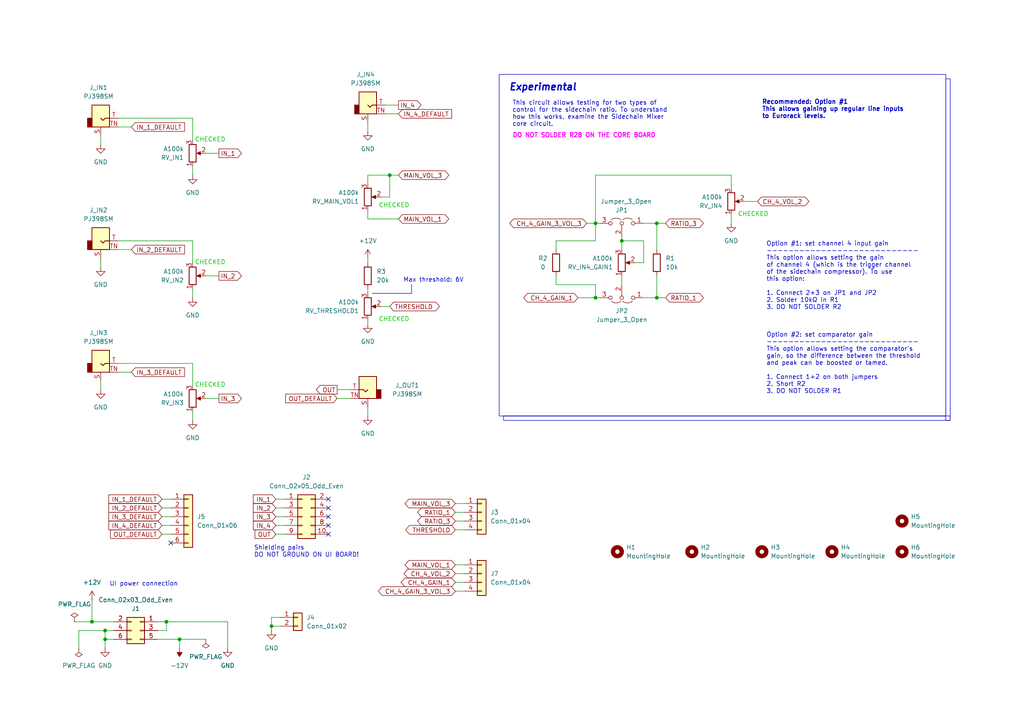
<source format=kicad_sch>
(kicad_sch (version 20250114) (generator "eeschema") (generator_version "9.0")
  (paper "A4")
  (title_block (title "Hog Moduleur Sidechain Mixer UI") (date "2025-07-06") (rev "v0.1") (company "Shmøergh"))
  (lib_symbols
    (symbol "Connector_Generic:Conn_01x02" (pin_names (offset 1.016) (hide yes))
      (property "Reference" "J" (at 0 2.54 0))
      (property "Value" "Conn_01x02" (at 0 -5.08 0))
      (symbol "Conn_01x02_1_1"
        (rectangle (start -1.27 1.27) (end 1.27 -3.81) (stroke (width 0.254)) (fill (type background)))
        (rectangle (start -1.27 0.127) (end 0 -0.127) (stroke (width 0.1524)))
        (rectangle (start -1.27 -2.413) (end 0 -2.667) (stroke (width 0.1524)))
        (pin passive line (at -5.08 0 0) (length 3.81) (name "Pin_1") (number "1"))
        (pin passive line (at -5.08 -2.54 0) (length 3.81) (name "Pin_2") (number "2"))
      )
    )
    (symbol "Connector_Generic:Conn_01x04" (pin_names (offset 1.016) (hide yes))
      (property "Reference" "J" (at 0 5.08 0))
      (property "Value" "Conn_01x04" (at 0 -7.62 0))
      (symbol "Conn_01x04_1_1"
        (rectangle (start -1.27 3.81) (end 1.27 -6.35) (stroke (width 0.254)) (fill (type background)))
        (rectangle (start -1.27 2.667) (end 0 2.413) (stroke (width 0.1524)))
        (rectangle (start -1.27 0.127) (end 0 -0.127) (stroke (width 0.1524)))
        (rectangle (start -1.27 -2.413) (end 0 -2.667) (stroke (width 0.1524)))
        (rectangle (start -1.27 -4.953) (end 0 -5.207) (stroke (width 0.1524)))
        (pin passive line (at -5.08 2.54 0) (length 3.81) (name "Pin_1") (number "1"))
        (pin passive line (at -5.08 0 0) (length 3.81) (name "Pin_2") (number "2"))
        (pin passive line (at -5.08 -2.54 0) (length 3.81) (name "Pin_3") (number "3"))
        (pin passive line (at -5.08 -5.08 0) (length 3.81) (name "Pin_4") (number "4"))
      )
    )
    (symbol "Connector_Generic:Conn_01x06" (pin_names (offset 1.016) (hide yes))
      (property "Reference" "J" (at 0 7.62 0))
      (property "Value" "Conn_01x06" (at 0 -10.16 0))
      (symbol "Conn_01x06_1_1"
        (rectangle (start -1.27 6.35) (end 1.27 -8.89) (stroke (width 0.254)) (fill (type background)))
        (rectangle (start -1.27 5.207) (end 0 4.953) (stroke (width 0.1524)))
        (rectangle (start -1.27 2.667) (end 0 2.413) (stroke (width 0.1524)))
        (rectangle (start -1.27 0.127) (end 0 -0.127) (stroke (width 0.1524)))
        (rectangle (start -1.27 -2.413) (end 0 -2.667) (stroke (width 0.1524)))
        (rectangle (start -1.27 -4.953) (end 0 -5.207) (stroke (width 0.1524)))
        (rectangle (start -1.27 -7.493) (end 0 -7.747) (stroke (width 0.1524)))
        (pin passive line (at -5.08 5.08 0) (length 3.81) (name "Pin_1") (number "1"))
        (pin passive line (at -5.08 2.54 0) (length 3.81) (name "Pin_2") (number "2"))
        (pin passive line (at -5.08 0 0) (length 3.81) (name "Pin_3") (number "3"))
        (pin passive line (at -5.08 -2.54 0) (length 3.81) (name "Pin_4") (number "4"))
        (pin passive line (at -5.08 -5.08 0) (length 3.81) (name "Pin_5") (number "5"))
        (pin passive line (at -5.08 -7.62 0) (length 3.81) (name "Pin_6") (number "6"))
      )
    )
    (symbol "Connector_Generic:Conn_02x03_Odd_Even" (pin_names (offset 1.016) (hide yes))
      (property "Reference" "J" (at 1.27 5.08 0))
      (property "Value" "Conn_02x03_Odd_Even" (at 1.27 -5.08 0))
      (symbol "Conn_02x03_Odd_Even_1_1"
        (rectangle (start -1.27 3.81) (end 3.81 -3.81) (stroke (width 0.254)) (fill (type background)))
        (rectangle (start -1.27 2.667) (end 0 2.413) (stroke (width 0.1524)))
        (rectangle (start -1.27 0.127) (end 0 -0.127) (stroke (width 0.1524)))
        (rectangle (start -1.27 -2.413) (end 0 -2.667) (stroke (width 0.1524)))
        (rectangle (start 3.81 2.667) (end 2.54 2.413) (stroke (width 0.1524)))
        (rectangle (start 3.81 0.127) (end 2.54 -0.127) (stroke (width 0.1524)))
        (rectangle (start 3.81 -2.413) (end 2.54 -2.667) (stroke (width 0.1524)))
        (pin passive line (at -5.08 2.54 0) (length 3.81) (name "Pin_1") (number "1"))
        (pin passive line (at -5.08 0 0) (length 3.81) (name "Pin_3") (number "3"))
        (pin passive line (at -5.08 -2.54 0) (length 3.81) (name "Pin_5") (number "5"))
        (pin passive line (at 7.62 2.54 180) (length 3.81) (name "Pin_2") (number "2"))
        (pin passive line (at 7.62 0 180) (length 3.81) (name "Pin_4") (number "4"))
        (pin passive line (at 7.62 -2.54 180) (length 3.81) (name "Pin_6") (number "6"))
      )
    )
    (symbol "Connector_Generic:Conn_02x05_Odd_Even" (pin_names (offset 1.016) (hide yes))
      (property "Reference" "J" (at 1.27 7.62 0))
      (property "Value" "Conn_02x05_Odd_Even" (at 1.27 -7.62 0))
      (symbol "Conn_02x05_Odd_Even_1_1"
        (rectangle (start -1.27 6.35) (end 3.81 -6.35) (stroke (width 0.254)) (fill (type background)))
        (rectangle (start -1.27 5.207) (end 0 4.953) (stroke (width 0.1524)))
        (rectangle (start -1.27 2.667) (end 0 2.413) (stroke (width 0.1524)))
        (rectangle (start -1.27 0.127) (end 0 -0.127) (stroke (width 0.1524)))
        (rectangle (start -1.27 -2.413) (end 0 -2.667) (stroke (width 0.1524)))
        (rectangle (start -1.27 -4.953) (end 0 -5.207) (stroke (width 0.1524)))
        (rectangle (start 3.81 5.207) (end 2.54 4.953) (stroke (width 0.1524)))
        (rectangle (start 3.81 2.667) (end 2.54 2.413) (stroke (width 0.1524)))
        (rectangle (start 3.81 0.127) (end 2.54 -0.127) (stroke (width 0.1524)))
        (rectangle (start 3.81 -2.413) (end 2.54 -2.667) (stroke (width 0.1524)))
        (rectangle (start 3.81 -4.953) (end 2.54 -5.207) (stroke (width 0.1524)))
        (pin passive line (at -5.08 5.08 0) (length 3.81) (name "Pin_1") (number "1"))
        (pin passive line (at -5.08 2.54 0) (length 3.81) (name "Pin_3") (number "3"))
        (pin passive line (at -5.08 0 0) (length 3.81) (name "Pin_5") (number "5"))
        (pin passive line (at -5.08 -2.54 0) (length 3.81) (name "Pin_7") (number "7"))
        (pin passive line (at -5.08 -5.08 0) (length 3.81) (name "Pin_9") (number "9"))
        (pin passive line (at 7.62 5.08 180) (length 3.81) (name "Pin_2") (number "2"))
        (pin passive line (at 7.62 2.54 180) (length 3.81) (name "Pin_4") (number "4"))
        (pin passive line (at 7.62 0 180) (length 3.81) (name "Pin_6") (number "6"))
        (pin passive line (at 7.62 -2.54 180) (length 3.81) (name "Pin_8") (number "8"))
        (pin passive line (at 7.62 -5.08 180) (length 3.81) (name "Pin_10") (number "10"))
      )
    )
    (symbol "Device:R" (pin_numbers (hide yes)) (pin_names (offset 0))
      (property "Reference" "R" (at 2.032 0 90))
      (property "Value" "R" (at 0 0 90))
      (symbol "R_0_1"
        (rectangle (start -1.016 -2.54) (end 1.016 2.54) (stroke (width 0.254)))
      )
      (symbol "R_1_1"
        (pin passive line (at 0 3.81 270) (length 1.27) (name "~") (number "1"))
        (pin passive line (at 0 -3.81 90) (length 1.27) (name "~") (number "2"))
      )
    )
    (symbol "Device:R_Potentiometer" (pin_names (offset 1.016) (hide yes))
      (property "Reference" "RV" (at -4.445 0 90))
      (property "Value" "R_Potentiometer" (at -2.54 0 90))
      (symbol "R_Potentiometer_0_1"
        (rectangle (start 1.016 2.54) (end -1.016 -2.54) (stroke (width 0.254)))
        (polyline (pts (xy 1.143 0) (xy 2.286 0.508) (xy 2.286 -0.508) (xy 1.143 0)) (fill (type outline)))
        (polyline (pts (xy 2.54 0) (xy 1.524 0)))
      )
      (symbol "R_Potentiometer_1_1"
        (pin passive line (at 0 3.81 270) (length 1.27) (name "1") (number "1"))
        (pin passive line (at 0 -3.81 90) (length 1.27) (name "3") (number "3"))
        (pin passive line (at 3.81 0 180) (length 1.27) (name "2") (number "2"))
      )
    )
    (symbol "Jumper:Jumper_3_Open" (pin_names (offset 0) (hide yes)) (in_bom no)
      (property "Reference" "JP" (at -2.54 -2.54 0))
      (property "Value" "Jumper_3_Open" (at 0 2.794 0))
      (symbol "Jumper_3_Open_0_0"
        (circle (center -3.302 0) (radius 0.508))
        (circle (center 0 0) (radius 0.508))
        (circle (center 3.302 0) (radius 0.508))
      )
      (symbol "Jumper_3_Open_0_1"
        (arc (start -3.048 1.016) (mid -1.651 1.4992) (end -0.254 1.016))
        (polyline (pts (xy 0 -0.508) (xy 0 -1.27)))
        (arc (start 0.254 1.016) (mid 1.651 1.4992) (end 3.048 1.016))
      )
      (symbol "Jumper_3_Open_1_1"
        (pin passive line (at -6.35 0 0) (length 2.54) (name "A") (number "1"))
        (pin passive line (at 0 -3.81 90) (length 2.54) (name "C") (number "2"))
        (pin passive line (at 6.35 0 180) (length 2.54) (name "B") (number "3"))
      )
    )
    (symbol "Mechanical:MountingHole" (pin_names (offset 1.016)) (in_bom no)
      (property "Reference" "H" (at 0 5.08 0))
      (property "Value" "MountingHole" (at 0 3.175 0))
      (symbol "MountingHole_0_1"
        (circle (center 0 0) (radius 1.27) (stroke (width 1.27)))
      )
    )
    (symbol "Shmoergh-Custom-Components:AudioJack2_Thonkiconn_S"
      (property "Reference" "J" (at 0 8.89 0))
      (property "Value" "AudioJack2_Thonkiconn" (at 0 6.35 0))
      (symbol "AudioJack2_Thonkiconn_S_0_1"
        (rectangle (start -2.54 -2.54) (end -3.81 0) (stroke (width 0.254)) (fill (type outline)))
        (polyline (pts (xy 0 0) (xy 0.635 -0.635) (xy 1.27 0) (xy 2.54 0)) (stroke (width 0.254)))
        (rectangle (start 2.54 3.81) (end -2.54 -2.54) (stroke (width 0.254)) (fill (type background)))
      )
      (symbol "AudioJack2_Thonkiconn_S_1_1"
        (pin passive line (at 0 -5.08 90) (length 2.54) (name "~") (number "S"))
        (pin bidirectional line (at 5.08 0 180) (length 2.54) (name "~") (number "T"))
        (pin passive line (at 5.08 -2.54 180) (length 2.54) (name "~") (number "TN"))
      )
    )
    (symbol "power:+12V" (power) (pin_numbers (hide yes)) (pin_names (offset 0) (hide yes))
      (property "Value" "+12V" (at 0 3.556 0))
      (symbol "+12V_0_1"
        (polyline (pts (xy -0.762 1.27) (xy 0 2.54)))
        (polyline (pts (xy 0 2.54) (xy 0.762 1.27)))
        (polyline (pts (xy 0 0) (xy 0 2.54)))
      )
      (symbol "+12V_1_1"
        (pin power_in line (at 0 0 90) (length 0) (name "~") (number "1"))
      )
    )
    (symbol "power:-12V" (power) (pin_numbers (hide yes)) (pin_names (offset 0) (hide yes))
      (property "Value" "-12V" (at 0 3.556 0))
      (symbol "-12V_0_0"
        (pin power_in line (at 0 0 90) (length 0) (name "~") (number "1"))
      )
      (symbol "-12V_0_1"
        (polyline (pts (xy 0 0) (xy 0 1.27) (xy 0.762 1.27) (xy 0 2.54) (xy -0.762 1.27) (xy 0 1.27)) (fill (type outline)))
      )
    )
    (symbol "power:GND" (power) (pin_numbers (hide yes)) (pin_names (offset 0) (hide yes))
      (property "Value" "GND" (at 0 -3.81 0))
      (symbol "GND_0_1"
        (polyline (pts (xy 0 0) (xy 0 -1.27) (xy 1.27 -1.27) (xy 0 -2.54) (xy -1.27 -1.27) (xy 0 -1.27)))
      )
      (symbol "GND_1_1"
        (pin power_in line (at 0 0 270) (length 0) (name "~") (number "1"))
      )
    )
    (symbol "power:PWR_FLAG" (power) (pin_numbers (hide yes)) (pin_names (offset 0) (hide yes))
      (property "Value" "PWR_FLAG" (at 0 3.81 0))
      (symbol "PWR_FLAG_0_0"
        (pin power_out line (at 0 0 90) (length 0) (name "~") (number "1"))
      )
      (symbol "PWR_FLAG_0_1"
        (polyline (pts (xy 0 0) (xy 0 1.27) (xy -1.016 1.905) (xy 0 2.54) (xy 1.016 1.905) (xy 0 1.27)))
      )
    )
  )
  (rectangle (start 274.32 22.86) (end 275.59 121.92) (fill (type color)))
  (rectangle (start 144.78 21.59) (end 274.32 120.65))
  (rectangle (start 146.05 120.65) (end 275.59 121.92) (fill (type color)))
  (text "Recommended: Option #1\nThis allows gaining up regular line inputs \nto Eurorack levels." (at 220.98 31.75 0) (effects (font (size 1.27 1.27) (thickness 0.254) (bold yes)) (justify left)))
  (text "Option #2: set comparator gain\n----------------------------\nThis option allows setting the comparator's \ngain, so the difference between the threshold\nand peak can be boosted or tamed.\n\n1. Connect 1+2 on both jumpers\n2. Short R2\n3. DO NOT SOLDER R1" (at 222.25 105.41 0) (effects (font (size 1.27 1.27) (thickness 0.1588)) (justify left)))
  (text "Max threshold: 6V" (at 125.73 81.28 0) (effects (font (size 1.27 1.27))))
  (text "CHECKED" (at 60.96 111.76 0) (effects (font (size 1.27 1.27))))
  (text "This circuit allows testing for two types of \ncontrol for the sidechain ratio. To understand\nhow this works, examine the Sidechain Mixer\ncore circuit." (at 148.59 33.02 0) (effects (font (size 1.27 1.27) (thickness 0.1588)) (justify left)))
  (text "UI power connection" (at 31.75 170.18 0) (effects (font (size 1.27 1.27)) (justify left bottom)))
  (text "CHECKED" (at 60.96 76.2 0) (effects (font (size 1.27 1.27))))
  (text "Option #1: set channel 4 input gain\n----------------------------\nThis option allows setting the gain\nof channel 4 (which is the trigger channel\nof the sidechain compressor). To use\nthis option:\n\n1. Connect 2+3 on JP1 and JP2\n2. Solder 10kΩ in R1\n3. DO NOT SOLDER R2" (at 222.25 80.01 0) (effects (font (size 1.27 1.27) (thickness 0.1588)) (justify left)))
  (text "CHECKED" (at 218.44 62.23 0) (effects (font (size 1.27 1.27))))
  (text "DO NOT SOLDER R28 ON THE CORE BOARD" (at 148.59 39.37 0) (effects (font (size 1.27 1.27) (thickness 0.254) (bold yes)) (justify left)))
  (text "CHECKED" (at 114.3 59.69 0) (effects (font (size 1.27 1.27))))
  (text "CHECKED" (at 114.3 92.71 0) (effects (font (size 1.27 1.27))))
  (text "Experimental" (at 157.48 25.4 0) (effects (font (size 2 2) (thickness 0.4) (bold yes) (italic yes))))
  (text "Shielding pairs\nDO NOT GROUND ON UI BOARD!" (at 73.66 160.02 0) (effects (font (size 1.27 1.27)) (justify left)))
  (text "CHECKED" (at 60.96 40.64 0) (effects (font (size 1.27 1.27))))
  (junction (at 190.5 64.77))
  (junction (at 180.34 69.85))
  (junction (at 78.74 181.61))
  (junction (at 30.48 182.88))
  (junction (at 52.07 185.42))
  (junction (at 172.72 64.77))
  (junction (at 113.03 50.8))
  (junction (at 48.26 180.34))
  (junction (at 190.5 86.36))
  (junction (at 26.67 180.34))
  (junction (at 30.48 185.42))
  (junction (at 172.72 86.36))
  (no_connect (at 49.53 157.48))
  (no_connect (at 95.25 144.78))
  (no_connect (at 95.25 152.4))
  (no_connect (at 95.25 147.32))
  (no_connect (at 95.25 154.94))
  (no_connect (at 95.25 149.86))
  (wire (pts (xy 46.99 152.4) (xy 49.53 152.4)))
  (wire (pts (xy 115.57 33.02) (xy 111.76 33.02)))
  (wire (pts (xy 190.5 64.77) (xy 186.69 64.77)))
  (wire (pts (xy 34.29 105.41) (xy 55.88 105.41)))
  (wire (pts (xy 52.07 187.96) (xy 52.07 185.42)))
  (wire (pts (xy 55.88 86.36) (xy 55.88 83.82)))
  (wire (pts (xy 55.88 111.76) (xy 55.88 105.41)))
  (wire (pts (xy 180.34 68.58) (xy 180.34 69.85)))
  (wire (pts (xy 190.5 64.77) (xy 190.5 72.39)))
  (polyline (pts (xy 119.38 82.55) (xy 119.38 85.09)))
  (wire (pts (xy 59.69 185.42) (xy 52.07 185.42)))
  (wire (pts (xy 172.72 50.8) (xy 172.72 64.77)))
  (wire (pts (xy 97.79 115.57) (xy 101.6 115.57)))
  (wire (pts (xy 45.72 185.42) (xy 52.07 185.42)))
  (wire (pts (xy 80.01 149.86) (xy 82.55 149.86)))
  (wire (pts (xy 78.74 181.61) (xy 81.28 181.61)))
  (wire (pts (xy 38.1 36.83) (xy 34.29 36.83)))
  (wire (pts (xy 132.08 151.13) (xy 134.62 151.13)))
  (wire (pts (xy 212.09 64.77) (xy 212.09 62.23)))
  (wire (pts (xy 26.67 180.34) (xy 33.02 180.34)))
  (wire (pts (xy 106.68 83.82) (xy 106.68 85.09)))
  (wire (pts (xy 59.69 44.45) (xy 63.5 44.45)))
  (wire (pts (xy 186.69 76.2) (xy 186.69 69.85)))
  (wire (pts (xy 170.18 64.77) (xy 172.72 64.77)))
  (wire (pts (xy 34.29 69.85) (xy 55.88 69.85)))
  (wire (pts (xy 132.08 166.37) (xy 134.62 166.37)))
  (wire (pts (xy 80.01 152.4) (xy 82.55 152.4)))
  (wire (pts (xy 132.08 148.59) (xy 134.62 148.59)))
  (wire (pts (xy 113.03 50.8) (xy 115.57 50.8)))
  (wire (pts (xy 115.57 30.48) (xy 111.76 30.48)))
  (wire (pts (xy 81.28 179.07) (xy 78.74 179.07)))
  (wire (pts (xy 38.1 72.39) (xy 34.29 72.39)))
  (wire (pts (xy 172.72 86.36) (xy 173.99 86.36)))
  (wire (pts (xy 172.72 69.85) (xy 172.72 64.77)))
  (wire (pts (xy 113.03 50.8) (xy 113.03 57.15)))
  (wire (pts (xy 110.49 57.15) (xy 113.03 57.15)))
  (wire (pts (xy 193.04 64.77) (xy 190.5 64.77)))
  (wire (pts (xy 55.88 69.85) (xy 55.88 76.2)))
  (wire (pts (xy 29.21 74.93) (xy 29.21 77.47)))
  (wire (pts (xy 190.5 80.01) (xy 190.5 86.36)))
  (wire (pts (xy 172.72 86.36) (xy 172.72 82.55)))
  (wire (pts (xy 55.88 40.64) (xy 55.88 34.29)))
  (wire (pts (xy 106.68 74.93) (xy 106.68 76.2)))
  (wire (pts (xy 106.68 35.56) (xy 106.68 38.1)))
  (wire (pts (xy 97.79 113.03) (xy 101.6 113.03)))
  (wire (pts (xy 184.15 76.2) (xy 186.69 76.2)))
  (wire (pts (xy 78.74 179.07) (xy 78.74 181.61)))
  (wire (pts (xy 26.67 173.99) (xy 26.67 180.34)))
  (wire (pts (xy 34.29 34.29) (xy 55.88 34.29)))
  (wire (pts (xy 161.29 72.39) (xy 161.29 69.85)))
  (wire (pts (xy 46.99 149.86) (xy 49.53 149.86)))
  (wire (pts (xy 48.26 180.34) (xy 45.72 180.34)))
  (wire (pts (xy 21.59 180.34) (xy 26.67 180.34)))
  (wire (pts (xy 106.68 50.8) (xy 113.03 50.8)))
  (wire (pts (xy 80.01 147.32) (xy 82.55 147.32)))
  (wire (pts (xy 106.68 120.65) (xy 106.68 118.11)))
  (wire (pts (xy 132.08 146.05) (xy 134.62 146.05)))
  (wire (pts (xy 193.04 86.36) (xy 190.5 86.36)))
  (wire (pts (xy 172.72 82.55) (xy 161.29 82.55)))
  (wire (pts (xy 55.88 50.8) (xy 55.88 48.26)))
  (wire (pts (xy 22.86 182.88) (xy 30.48 182.88)))
  (wire (pts (xy 46.99 154.94) (xy 49.53 154.94)))
  (wire (pts (xy 161.29 82.55) (xy 161.29 80.01)))
  (wire (pts (xy 66.04 187.96) (xy 66.04 180.34)))
  (wire (pts (xy 48.26 182.88) (xy 48.26 180.34)))
  (wire (pts (xy 80.01 144.78) (xy 82.55 144.78)))
  (wire (pts (xy 59.69 115.57) (xy 63.5 115.57)))
  (wire (pts (xy 212.09 54.61) (xy 212.09 50.8)))
  (wire (pts (xy 59.69 80.01) (xy 63.5 80.01)))
  (wire (pts (xy 55.88 121.92) (xy 55.88 119.38)))
  (wire (pts (xy 33.02 185.42) (xy 30.48 185.42)))
  (wire (pts (xy 80.01 154.94) (xy 82.55 154.94)))
  (wire (pts (xy 132.08 171.45) (xy 134.62 171.45)))
  (wire (pts (xy 46.99 144.78) (xy 49.53 144.78)))
  (wire (pts (xy 190.5 86.36) (xy 186.69 86.36)))
  (wire (pts (xy 113.03 88.9) (xy 110.49 88.9)))
  (wire (pts (xy 186.69 69.85) (xy 180.34 69.85)))
  (wire (pts (xy 29.21 39.37) (xy 29.21 41.91)))
  (wire (pts (xy 106.68 93.98) (xy 106.68 92.71)))
  (wire (pts (xy 180.34 82.55) (xy 180.34 80.01)))
  (wire (pts (xy 66.04 180.34) (xy 48.26 180.34)))
  (wire (pts (xy 132.08 153.67) (xy 134.62 153.67)))
  (wire (pts (xy 172.72 64.77) (xy 173.99 64.77)))
  (polyline (pts (xy 107.95 85.09) (xy 119.38 85.09)))
  (wire (pts (xy 38.1 107.95) (xy 34.29 107.95)))
  (wire (pts (xy 106.68 50.8) (xy 106.68 53.34)))
  (wire (pts (xy 30.48 182.88) (xy 33.02 182.88)))
  (wire (pts (xy 29.21 110.49) (xy 29.21 113.03)))
  (wire (pts (xy 106.68 60.96) (xy 106.68 63.5)))
  (wire (pts (xy 215.9 58.42) (xy 219.71 58.42)))
  (wire (pts (xy 172.72 50.8) (xy 212.09 50.8)))
  (wire (pts (xy 30.48 185.42) (xy 30.48 182.88)))
  (wire (pts (xy 180.34 69.85) (xy 180.34 72.39)))
  (wire (pts (xy 22.86 187.96) (xy 22.86 182.88)))
  (wire (pts (xy 115.57 63.5) (xy 106.68 63.5)))
  (wire (pts (xy 78.74 181.61) (xy 78.74 182.88)))
  (wire (pts (xy 30.48 187.96) (xy 30.48 185.42)))
  (wire (pts (xy 46.99 147.32) (xy 49.53 147.32)))
  (wire (pts (xy 45.72 182.88) (xy 48.26 182.88)))
  (wire (pts (xy 167.64 86.36) (xy 172.72 86.36)))
  (wire (pts (xy 161.29 69.85) (xy 172.72 69.85)))
  (wire (pts (xy 132.08 168.91) (xy 134.62 168.91)))
  (wire (pts (xy 132.08 163.83) (xy 134.62 163.83)))
  (global_label "MAIN_VOL_1" (shape bidirectional) (at 132.08 163.83 180) (property "Intersheetrefs" "${INTERSHEET_REFS}" (effects (hide yes))))
  (global_label "OUT" (shape output) (at 97.79 113.03 180) (property "Intersheetrefs" "${INTERSHEET_REFS}" (effects (hide yes))))
  (global_label "OUT_DEFAULT" (shape input) (at 97.79 115.57 180) (property "Intersheetrefs" "${INTERSHEET_REFS}" (effects (hide yes))))
  (global_label "CH_4_GAIN_3_VOL_3" (shape bidirectional) (at 170.18 64.77 180) (property "Intersheetrefs" "${INTERSHEET_REFS}" (effects (hide yes))))
  (global_label "IN_2" (shape input) (at 80.01 147.32 180) (property "Intersheetrefs" "${INTERSHEET_REFS}" (effects (hide yes))))
  (global_label "IN_4" (shape output) (at 115.57 30.48 0) (property "Intersheetrefs" "${INTERSHEET_REFS}" (effects (hide yes))))
  (global_label "CH_4_GAIN_3_VOL_3" (shape bidirectional) (at 132.08 171.45 180) (property "Intersheetrefs" "${INTERSHEET_REFS}" (effects (hide yes))))
  (global_label "THRESHOLD" (shape bidirectional) (at 113.03 88.9 0) (property "Intersheetrefs" "${INTERSHEET_REFS}" (effects (hide yes))))
  (global_label "RATIO_1" (shape bidirectional) (at 132.08 148.59 180) (property "Intersheetrefs" "${INTERSHEET_REFS}" (effects (hide yes))))
  (global_label "RATIO_3" (shape bidirectional) (at 132.08 151.13 180) (property "Intersheetrefs" "${INTERSHEET_REFS}" (effects (hide yes))))
  (global_label "CH_4_VOL_2" (shape bidirectional) (at 132.08 166.37 180) (property "Intersheetrefs" "${INTERSHEET_REFS}" (effects (hide yes))))
  (global_label "IN_4_DEFAULT" (shape input) (at 46.99 152.4 180) (property "Intersheetrefs" "${INTERSHEET_REFS}" (effects (hide yes))))
  (global_label "CH_4_GAIN_1" (shape bidirectional) (at 167.64 86.36 180) (property "Intersheetrefs" "${INTERSHEET_REFS}" (effects (hide yes))))
  (global_label "IN_2_DEFAULT" (shape input) (at 38.1 72.39 0) (property "Intersheetrefs" "${INTERSHEET_REFS}" (effects (hide yes))))
  (global_label "CH_4_VOL_2" (shape bidirectional) (at 219.71 58.42 0) (property "Intersheetrefs" "${INTERSHEET_REFS}" (effects (hide yes))))
  (global_label "IN_1" (shape input) (at 80.01 144.78 180) (property "Intersheetrefs" "${INTERSHEET_REFS}" (effects (hide yes))))
  (global_label "IN_2_DEFAULT" (shape input) (at 46.99 147.32 180) (property "Intersheetrefs" "${INTERSHEET_REFS}" (effects (hide yes))))
  (global_label "MAIN_VOL_3" (shape bidirectional) (at 115.57 50.8 0) (property "Intersheetrefs" "${INTERSHEET_REFS}" (effects (hide yes))))
  (global_label "RATIO_3" (shape bidirectional) (at 193.04 64.77 0) (property "Intersheetrefs" "${INTERSHEET_REFS}" (effects (hide yes))))
  (global_label "IN_3_DEFAULT" (shape input) (at 46.99 149.86 180) (property "Intersheetrefs" "${INTERSHEET_REFS}" (effects (hide yes))))
  (global_label "MAIN_VOL_1" (shape bidirectional) (at 115.57 63.5 0) (property "Intersheetrefs" "${INTERSHEET_REFS}" (effects (hide yes))))
  (global_label "RATIO_1" (shape bidirectional) (at 193.04 86.36 0) (property "Intersheetrefs" "${INTERSHEET_REFS}" (effects (hide yes))))
  (global_label "CH_4_GAIN_1" (shape bidirectional) (at 132.08 168.91 180) (property "Intersheetrefs" "${INTERSHEET_REFS}" (effects (hide yes))))
  (global_label "IN_1" (shape output) (at 63.5 44.45 0) (property "Intersheetrefs" "${INTERSHEET_REFS}" (effects (hide yes))))
  (global_label "OUT" (shape input) (at 80.01 154.94 180) (property "Intersheetrefs" "${INTERSHEET_REFS}" (effects (hide yes))))
  (global_label "IN_3" (shape output) (at 63.5 115.57 0) (property "Intersheetrefs" "${INTERSHEET_REFS}" (effects (hide yes))))
  (global_label "IN_3_DEFAULT" (shape input) (at 38.1 107.95 0) (property "Intersheetrefs" "${INTERSHEET_REFS}" (effects (hide yes))))
  (global_label "IN_1_DEFAULT" (shape input) (at 38.1 36.83 0) (property "Intersheetrefs" "${INTERSHEET_REFS}" (effects (hide yes))))
  (global_label "OUT_DEFAULT" (shape input) (at 46.99 154.94 180) (property "Intersheetrefs" "${INTERSHEET_REFS}" (effects (hide yes))))
  (global_label "THRESHOLD" (shape bidirectional) (at 132.08 153.67 180) (property "Intersheetrefs" "${INTERSHEET_REFS}" (effects (hide yes))))
  (global_label "IN_4_DEFAULT" (shape input) (at 115.57 33.02 0) (property "Intersheetrefs" "${INTERSHEET_REFS}" (effects (hide yes))))
  (global_label "IN_3" (shape input) (at 80.01 149.86 180) (property "Intersheetrefs" "${INTERSHEET_REFS}" (effects (hide yes))))
  (global_label "MAIN_VOL_3" (shape bidirectional) (at 132.08 146.05 180) (property "Intersheetrefs" "${INTERSHEET_REFS}" (effects (hide yes))))
  (global_label "IN_1_DEFAULT" (shape input) (at 46.99 144.78 180) (property "Intersheetrefs" "${INTERSHEET_REFS}" (effects (hide yes))))
  (global_label "IN_2" (shape output) (at 63.5 80.01 0) (property "Intersheetrefs" "${INTERSHEET_REFS}" (effects (hide yes))))
  (global_label "IN_4" (shape input) (at 80.01 152.4 180) (property "Intersheetrefs" "${INTERSHEET_REFS}" (effects (hide yes))))
  (symbol (lib_id "Jumper:Jumper_3_Open") (at 180.34 86.36 180) (unit 1) (in_bom no)
    (property "Reference" "JP2" (at 180.34 90.17 0))
    (property "Value" "Jumper_3_Open" (at 180.34 92.71 0))
    (property "Footprint" "Connector_PinHeader_2.54mm:PinHeader_1x03_P2.54mm_Vertical" (effects (hide yes)))
    (property "Description" "Jumper, 3-pole, both open" (effects (hide yes)))
  )
  (symbol (lib_id "power:+12V") (at 26.67 173.99 0) (unit 1)
    (property "Reference" "#PWR01" (effects (hide yes)))
    (property "Value" "+12V" (at 26.67 168.91 0))
    (property "Description" "Power symbol creates a global label with name \"+12V\"" (effects (hide yes)))
  )
  (symbol (lib_id "Connector_Generic:Conn_01x04") (at 139.7 148.59 0) (unit 1)
    (property "Reference" "J3" (at 142.24 148.5899 0) (effects (justify left)))
    (property "Value" "Conn_01x04" (at 142.24 151.1299 0) (effects (justify left)))
    (property "Footprint" "Connector_PinHeader_2.54mm:PinHeader_1x04_P2.54mm_Vertical" (effects (hide yes)))
    (property "Description" "Generic connector, single row, 01x04, script generated (kicad-library-utils/schlib/autogen/connector/)" (effects (hide yes)))
  )
  (symbol (lib_id "Shmoergh-Custom-Components:AudioJack2_Thonkiconn_S") (at 106.68 113.03 0) (mirror y) (unit 1)
    (property "Reference" "J_OUT1" (at 118.11 111.76 0))
    (property "Value" "PJ398SM" (at 118.11 114.3 0))
    (property "Footprint" "Shmoergh_Custom_Footprints:Jack_3.5mm_QingPu_WQP-PJ398SM_Vertical_CircularHoles" (effects (hide yes)))
    (property "Description" "Audio Jack, 2 Poles (Mono / TS), Grounded Sleeve" (effects (hide yes)))
    (property "Part URL" "https://www.thonk.co.uk/shop/thonkiconn/" (effects (hide yes)))
    (property "Vendor" "Thonk" (effects (hide yes)))
    (property "Part no." "PJ398SM" (effects (hide yes)))
  )
  (symbol (lib_id "Device:R_Potentiometer") (at 106.68 88.9 0) (mirror x) (unit 1)
    (property "Reference" "RV_THRESHOLD1" (at 104.14 90.1701 0) (effects (justify right)))
    (property "Value" "A100k" (at 104.14 87.6301 0) (effects (justify right)))
    (property "Footprint" "Shmoergh_Custom_Footprints:Potentiometer_Bourns_Single-PTV09A" (effects (hide yes)))
    (property "Description" "Potentiometer" (effects (hide yes)))
    (property "Part URL" "https://mou.sr/4694GMU" (effects (hide yes)))
    (property "Vendor" "Mouser" (effects (hide yes)))
    (property "Part no." "652-PTV09A4025FB104" (effects (hide yes)))
  )
  (symbol (lib_id "power:+12V") (at 106.68 74.93 0) (unit 1)
    (property "Reference" "#PWR013" (effects (hide yes)))
    (property "Value" "+12V" (at 106.68 69.85 0))
    (property "Description" "Power symbol creates a global label with name \"+12V\"" (effects (hide yes)))
  )
  (symbol (lib_id "power:GND") (at 106.68 120.65 0) (mirror y) (unit 1)
    (property "Reference" "#PWR016" (effects (hide yes)))
    (property "Value" "GND" (at 106.68 125.73 0))
    (property "Description" "Power symbol creates a global label with name \"GND\" , ground" (effects (hide yes)))
  )
  (symbol (lib_id "power:-12V") (at 52.07 187.96 180) (unit 1)
    (property "Reference" "#PWR07" (effects (hide yes)))
    (property "Value" "-12V" (at 52.07 193.04 0))
    (property "Description" "Power symbol creates a global label with name \"-12V\"" (effects (hide yes)))
  )
  (symbol (lib_id "Device:R_Potentiometer") (at 55.88 80.01 0) (mirror x) (unit 1)
    (property "Reference" "RV_IN2" (at 53.34 81.2801 0) (effects (justify right)))
    (property "Value" "A100k" (at 53.34 78.7401 0) (effects (justify right)))
    (property "Footprint" "PTA3043-2010CIA503:TRIM_PTA3043-2010CIA503" (effects (hide yes)))
    (property "Description" "Potentiometer" (effects (hide yes)))
    (property "Part URL" "https://mou.sr/45jtvn7" (effects (hide yes)))
    (property "Vendor" "Mouser" (effects (hide yes)))
    (property "Part no." "652-PTA30432015A104 " (effects (hide yes)))
  )
  (symbol (lib_id "Mechanical:MountingHole") (at 261.62 160.02 0) (unit 1) (in_bom no)
    (property "Reference" "H6" (at 264.16 158.7499 0) (effects (justify left)))
    (property "Value" "MountingHole" (at 264.16 161.2899 0) (effects (justify left)))
    (property "Footprint" "MountingHole:MountingHole_3.2mm_M3_DIN965_Pad" (effects (hide yes)))
    (property "Description" "Mounting Hole without connection" (effects (hide yes)))
    (property "Vendor" "-" (effects (hide yes)))
  )
  (symbol (lib_id "Connector_Generic:Conn_02x03_Odd_Even") (at 40.64 182.88 0) (mirror y) (unit 1)
    (property "Reference" "J1" (at 39.37 176.53 0))
    (property "Value" "Conn_02x03_Odd_Even" (at 39.37 173.99 0))
    (property "Footprint" "Connector_PinSocket_2.54mm:PinSocket_2x03_P2.54mm_Vertical" (effects (hide yes)))
    (property "Description" "Generic connector, double row, 02x03, odd/even pin numbering scheme (row 1 odd numbers, row 2 even numbers), script generated (kicad-library-utils/schlib/autogen/connector/)" (effects (hide yes)))
    (property "Part URL" "https://mou.sr/3GIDVEr" (effects (hide yes)))
    (property "Vendor" "Mouser" (effects (hide yes)))
    (property "Part no." "200-SSW10301TD" (effects (hide yes)))
  )
  (symbol (lib_id "power:GND") (at 29.21 41.91 0) (unit 1)
    (property "Reference" "#PWR010" (effects (hide yes)))
    (property "Value" "GND" (at 29.21 46.99 0))
    (property "Description" "Power symbol creates a global label with name \"GND\" , ground" (effects (hide yes)))
  )
  (symbol (lib_id "Shmoergh-Custom-Components:AudioJack2_Thonkiconn_S") (at 29.21 34.29 0) (unit 1)
    (property "Reference" "J_IN1" (at 28.575 25.4 0))
    (property "Value" "PJ398SM" (at 28.575 27.94 0))
    (property "Footprint" "Shmoergh_Custom_Footprints:Jack_3.5mm_QingPu_WQP-PJ398SM_Vertical_CircularHoles" (effects (hide yes)))
    (property "Description" "Audio Jack, 2 Poles (Mono / TS), Grounded Sleeve" (effects (hide yes)))
    (property "Part URL" "https://www.thonk.co.uk/shop/thonkiconn/" (effects (hide yes)))
    (property "Vendor" "Thonk" (effects (hide yes)))
    (property "Part no." "PJ398SM" (effects (hide yes)))
  )
  (symbol (lib_id "Mechanical:MountingHole") (at 200.66 160.02 0) (unit 1) (in_bom no)
    (property "Reference" "H2" (at 203.2 158.7499 0) (effects (justify left)))
    (property "Value" "MountingHole" (at 203.2 161.2899 0) (effects (justify left)))
    (property "Footprint" "MountingHole:MountingHole_3.2mm_M3_DIN965_Pad" (effects (hide yes)))
    (property "Description" "Mounting Hole without connection" (effects (hide yes)))
    (property "Vendor" "-" (effects (hide yes)))
  )
  (symbol (lib_id "Shmoergh-Custom-Components:AudioJack2_Thonkiconn_S") (at 29.21 69.85 0) (unit 1)
    (property "Reference" "J_IN2" (at 28.575 60.96 0))
    (property "Value" "PJ398SM" (at 28.575 63.5 0))
    (property "Footprint" "Shmoergh_Custom_Footprints:Jack_3.5mm_QingPu_WQP-PJ398SM_Vertical_CircularHoles" (effects (hide yes)))
    (property "Description" "Audio Jack, 2 Poles (Mono / TS), Grounded Sleeve" (effects (hide yes)))
    (property "Part URL" "https://www.thonk.co.uk/shop/thonkiconn/" (effects (hide yes)))
    (property "Vendor" "Thonk" (effects (hide yes)))
    (property "Part no." "PJ398SM" (effects (hide yes)))
  )
  (symbol (lib_id "Device:R_Potentiometer") (at 212.09 58.42 0) (mirror x) (unit 1)
    (property "Reference" "RV_IN4" (at 209.55 59.6901 0) (effects (justify right)))
    (property "Value" "A100k" (at 209.55 57.1501 0) (effects (justify right)))
    (property "Footprint" "Shmoergh_Custom_Footprints:Potentiometer_Bourns_Single-PTV09A" (effects (hide yes)))
    (property "Description" "Potentiometer" (effects (hide yes)))
    (property "Part URL" "https://mou.sr/4694GMU" (effects (hide yes)))
    (property "Vendor" "Mouser" (effects (hide yes)))
    (property "Part no." "652-PTV09A4025FB104" (effects (hide yes)))
  )
  (symbol (lib_id "Connector_Generic:Conn_01x06") (at 54.61 149.86 0) (unit 1)
    (property "Reference" "J5" (at 57.15 149.8599 0) (effects (justify left)))
    (property "Value" "Conn_01x06" (at 57.15 152.3999 0) (effects (justify left)))
    (property "Footprint" "Connector_PinSocket_2.54mm:PinSocket_1x06_P2.54mm_Vertical" (effects (hide yes)))
    (property "Description" "Generic connector, single row, 01x06, script generated (kicad-library-utils/schlib/autogen/connector/)" (effects (hide yes)))
    (property "Part URL" "https://mou.sr/4lnf48h" (effects (hide yes)))
    (property "Vendor" "Mouser" (effects (hide yes)))
    (property "Part no." "200-SSW10601TS" (effects (hide yes)))
  )
  (symbol (lib_id "power:GND") (at 212.09 64.77 0) (unit 1)
    (property "Reference" "#PWR011" (effects (hide yes)))
    (property "Value" "GND" (at 212.09 69.85 0))
    (property "Description" "Power symbol creates a global label with name \"GND\" , ground" (effects (hide yes)))
  )
  (symbol (lib_id "Mechanical:MountingHole") (at 179.07 160.02 0) (unit 1) (in_bom no)
    (property "Reference" "H1" (at 181.61 158.7499 0) (effects (justify left)))
    (property "Value" "MountingHole" (at 181.61 161.2899 0) (effects (justify left)))
    (property "Footprint" "MountingHole:MountingHole_3.2mm_M3_DIN965_Pad" (effects (hide yes)))
    (property "Description" "Mounting Hole without connection" (effects (hide yes)))
    (property "Vendor" "-" (effects (hide yes)))
  )
  (symbol (lib_id "Device:R_Potentiometer") (at 55.88 115.57 0) (mirror x) (unit 1)
    (property "Reference" "RV_IN3" (at 53.34 116.8401 0) (effects (justify right)))
    (property "Value" "A100k" (at 53.34 114.3001 0) (effects (justify right)))
    (property "Footprint" "PTA3043-2010CIA503:TRIM_PTA3043-2010CIA503" (effects (hide yes)))
    (property "Description" "Potentiometer" (effects (hide yes)))
    (property "Part URL" "https://mou.sr/45jtvn7" (effects (hide yes)))
    (property "Vendor" "Mouser" (effects (hide yes)))
    (property "Part no." "652-PTA30432015A104 " (effects (hide yes)))
  )
  (symbol (lib_id "Device:R_Potentiometer") (at 55.88 44.45 0) (mirror x) (unit 1)
    (property "Reference" "RV_IN1" (at 53.34 45.7201 0) (effects (justify right)))
    (property "Value" "A100k" (at 53.34 43.1801 0) (effects (justify right)))
    (property "Footprint" "PTA3043-2010CIA503:TRIM_PTA3043-2010CIA503" (effects (hide yes)))
    (property "Description" "Potentiometer" (effects (hide yes)))
    (property "Part URL" "https://mou.sr/45jtvn7" (effects (hide yes)))
    (property "Vendor" "Mouser" (effects (hide yes)))
    (property "Part no." "652-PTA30432015A104 " (effects (hide yes)))
  )
  (symbol (lib_id "power:PWR_FLAG") (at 21.59 180.34 0) (unit 1)
    (property "Reference" "#FLG01" (effects (hide yes)))
    (property "Value" "PWR_FLAG" (at 21.59 175.26 0))
    (property "Description" "Special symbol for telling ERC where power comes from" (effects (hide yes)))
  )
  (symbol (lib_id "power:GND") (at 66.04 187.96 0) (unit 1)
    (property "Reference" "#PWR09" (effects (hide yes)))
    (property "Value" "GND" (at 66.04 193.04 0))
    (property "Description" "Power symbol creates a global label with name \"GND\" , ground" (effects (hide yes)))
  )
  (symbol (lib_id "power:GND") (at 55.88 50.8 0) (unit 1)
    (property "Reference" "#PWR023" (effects (hide yes)))
    (property "Value" "GND" (at 55.88 55.88 0))
    (property "Description" "Power symbol creates a global label with name \"GND\" , ground" (effects (hide yes)))
  )
  (symbol (lib_id "Connector_Generic:Conn_02x05_Odd_Even") (at 87.63 149.86 0) (unit 1)
    (property "Reference" "J2" (at 88.9 138.43 0))
    (property "Value" "Conn_02x05_Odd_Even" (at 88.9 140.97 0))
    (property "Footprint" "Connector_PinSocket_2.54mm:PinSocket_2x05_P2.54mm_Vertical" (effects (hide yes)))
    (property "Description" "Generic connector, double row, 02x05, odd/even pin numbering scheme (row 1 odd numbers, row 2 even numbers), script generated (kicad-library-utils/schlib/autogen/connector/)" (effects (hide yes)))
  )
  (symbol (lib_id "Shmoergh-Custom-Components:AudioJack2_Thonkiconn_S") (at 106.68 30.48 0) (unit 1)
    (property "Reference" "J_IN4" (at 106.045 21.59 0))
    (property "Value" "PJ398SM" (at 106.045 24.13 0))
    (property "Footprint" "Shmoergh_Custom_Footprints:Jack_3.5mm_QingPu_WQP-PJ398SM_Vertical_CircularHoles" (effects (hide yes)))
    (property "Description" "Audio Jack, 2 Poles (Mono / TS), Grounded Sleeve" (effects (hide yes)))
    (property "Part URL" "https://www.thonk.co.uk/shop/thonkiconn/" (effects (hide yes)))
    (property "Vendor" "Thonk" (effects (hide yes)))
    (property "Part no." "PJ398SM" (effects (hide yes)))
  )
  (symbol (lib_id "power:GND") (at 106.68 93.98 0) (mirror y) (unit 1)
    (property "Reference" "#PWR012" (effects (hide yes)))
    (property "Value" "GND" (at 106.68 99.06 0))
    (property "Description" "Power symbol creates a global label with name \"GND\" , ground" (effects (hide yes)))
  )
  (symbol (lib_id "power:GND") (at 55.88 86.36 0) (unit 1)
    (property "Reference" "#PWR06" (effects (hide yes)))
    (property "Value" "GND" (at 55.88 91.44 0))
    (property "Description" "Power symbol creates a global label with name \"GND\" , ground" (effects (hide yes)))
  )
  (symbol (lib_id "power:GND") (at 106.68 38.1 0) (unit 1)
    (property "Reference" "#PWR04" (effects (hide yes)))
    (property "Value" "GND" (at 106.68 43.18 0))
    (property "Description" "Power symbol creates a global label with name \"GND\" , ground" (effects (hide yes)))
  )
  (symbol (lib_id "Device:R_Potentiometer") (at 106.68 57.15 0) (mirror x) (unit 1)
    (property "Reference" "RV_MAIN_VOL1" (at 104.14 58.4201 0) (effects (justify right)))
    (property "Value" "A100k" (at 104.14 55.8801 0) (effects (justify right)))
    (property "Footprint" "Shmoergh_Custom_Footprints:Potentiometer_Bourns_Single-PTV09A" (effects (hide yes)))
    (property "Description" "Potentiometer" (effects (hide yes)))
    (property "Part URL" "https://mou.sr/4694GMU" (effects (hide yes)))
    (property "Vendor" "Mouser" (effects (hide yes)))
    (property "Part no." "652-PTV09A4025FB104" (effects (hide yes)))
  )
  (symbol (lib_id "Device:R") (at 190.5 76.2 0) (unit 1)
    (property "Reference" "R1" (at 193.04 74.9299 0) (effects (justify left)))
    (property "Value" "10k" (at 193.04 77.4699 0) (effects (justify left)))
    (property "Footprint" "Shmoergh_Custom_Footprints:R_Axial_DIN0207_L6.3mm_D2.5mm_P7.62mm_Horizontal" (effects (hide yes)))
    (property "Description" "Resistor" (effects (hide yes)))
  )
  (symbol (lib_id "Mechanical:MountingHole") (at 261.62 151.13 0) (unit 1) (in_bom no)
    (property "Reference" "H5" (at 264.16 149.8599 0) (effects (justify left)))
    (property "Value" "MountingHole" (at 264.16 152.3999 0) (effects (justify left)))
    (property "Footprint" "MountingHole:MountingHole_3.2mm_M3_DIN965_Pad" (effects (hide yes)))
    (property "Description" "Mounting Hole without connection" (effects (hide yes)))
    (property "Vendor" "-" (effects (hide yes)))
  )
  (symbol (lib_id "Connector_Generic:Conn_01x02") (at 86.36 179.07 0) (unit 1)
    (property "Reference" "J4" (at 88.9 179.0699 0) (effects (justify left)))
    (property "Value" "Conn_01x02" (at 88.9 181.6099 0) (effects (justify left)))
    (property "Footprint" "Connector_PinSocket_2.54mm:PinSocket_1x02_P2.54mm_Vertical" (effects (hide yes)))
    (property "Description" "Generic connector, single row, 01x02, script generated (kicad-library-utils/schlib/autogen/connector/)" (effects (hide yes)))
    (property "Part URL" "https://mou.sr/4lBvdHe" (effects (hide yes)))
    (property "Vendor" "Mouser" (effects (hide yes)))
    (property "Part no." "200-SSW10201TS" (effects (hide yes)))
  )
  (symbol (lib_id "Mechanical:MountingHole") (at 220.98 160.02 0) (unit 1) (in_bom no)
    (property "Reference" "H3" (at 223.52 158.7499 0) (effects (justify left)))
    (property "Value" "MountingHole" (at 223.52 161.2899 0) (effects (justify left)))
    (property "Footprint" "MountingHole:MountingHole_3.2mm_M3_DIN965_Pad" (effects (hide yes)))
    (property "Description" "Mounting Hole without connection" (effects (hide yes)))
    (property "Vendor" "-" (effects (hide yes)))
  )
  (symbol (lib_id "power:GND") (at 78.74 182.88 0) (unit 1)
    (property "Reference" "#PWR022" (effects (hide yes)))
    (property "Value" "GND" (at 78.74 187.96 0))
    (property "Description" "Power symbol creates a global label with name \"GND\" , ground" (effects (hide yes)))
  )
  (symbol (lib_id "Mechanical:MountingHole") (at 241.3 160.02 0) (unit 1) (in_bom no)
    (property "Reference" "H4" (at 243.84 158.7499 0) (effects (justify left)))
    (property "Value" "MountingHole" (at 243.84 161.2899 0) (effects (justify left)))
    (property "Footprint" "MountingHole:MountingHole_3.2mm_M3_DIN965_Pad" (effects (hide yes)))
    (property "Description" "Mounting Hole without connection" (effects (hide yes)))
    (property "Vendor" "-" (effects (hide yes)))
  )
  (symbol (lib_id "power:PWR_FLAG") (at 22.86 187.96 180) (unit 1)
    (property "Reference" "#FLG02" (effects (hide yes)))
    (property "Value" "PWR_FLAG" (at 22.86 193.04 0))
    (property "Description" "Special symbol for telling ERC where power comes from" (effects (hide yes)))
  )
  (symbol (lib_id "Jumper:Jumper_3_Open") (at 180.34 64.77 0) (mirror y) (unit 1) (in_bom no)
    (property "Reference" "JP1" (at 180.34 60.96 0))
    (property "Value" "Jumper_3_Open" (at 181.61 58.42 0))
    (property "Footprint" "Connector_PinHeader_2.54mm:PinHeader_1x03_P2.54mm_Vertical" (effects (hide yes)))
    (property "Description" "Jumper, 3-pole, both open" (effects (hide yes)))
  )
  (symbol (lib_id "Shmoergh-Custom-Components:AudioJack2_Thonkiconn_S") (at 29.21 105.41 0) (unit 1)
    (property "Reference" "J_IN3" (at 28.575 96.52 0))
    (property "Value" "PJ398SM" (at 28.575 99.06 0))
    (property "Footprint" "Shmoergh_Custom_Footprints:Jack_3.5mm_QingPu_WQP-PJ398SM_Vertical_CircularHoles" (effects (hide yes)))
    (property "Description" "Audio Jack, 2 Poles (Mono / TS), Grounded Sleeve" (effects (hide yes)))
    (property "Part URL" "https://www.thonk.co.uk/shop/thonkiconn/" (effects (hide yes)))
    (property "Vendor" "Thonk" (effects (hide yes)))
    (property "Part no." "PJ398SM" (effects (hide yes)))
  )
  (symbol (lib_id "Connector_Generic:Conn_01x04") (at 139.7 166.37 0) (unit 1)
    (property "Reference" "J7" (at 142.24 166.3699 0) (effects (justify left)))
    (property "Value" "Conn_01x04" (at 142.24 168.9099 0) (effects (justify left)))
    (property "Footprint" "Connector_PinHeader_2.54mm:PinHeader_1x04_P2.54mm_Vertical" (effects (hide yes)))
    (property "Description" "Generic connector, single row, 01x04, script generated (kicad-library-utils/schlib/autogen/connector/)" (effects (hide yes)))
  )
  (symbol (lib_id "power:PWR_FLAG") (at 59.69 185.42 180) (unit 1)
    (property "Reference" "#FLG03" (effects (hide yes)))
    (property "Value" "PWR_FLAG" (at 59.69 190.5 0))
    (property "Description" "Special symbol for telling ERC where power comes from" (effects (hide yes)))
  )
  (symbol (lib_id "Device:R") (at 161.29 76.2 0) (unit 1)
    (property "Reference" "R2" (at 157.48 74.93 0))
    (property "Value" "0" (at 157.48 77.47 0))
    (property "Footprint" "Shmoergh_Custom_Footprints:R_Axial_DIN0207_L6.3mm_D2.5mm_P7.62mm_Horizontal" (effects (hide yes)))
    (property "Description" "Resistor" (effects (hide yes)))
  )
  (symbol (lib_id "power:GND") (at 29.21 113.03 0) (unit 1)
    (property "Reference" "#PWR03" (effects (hide yes)))
    (property "Value" "GND" (at 29.21 118.11 0))
    (property "Description" "Power symbol creates a global label with name \"GND\" , ground" (effects (hide yes)))
  )
  (symbol (lib_id "Device:R_Potentiometer") (at 180.34 76.2 0) (mirror x) (unit 1)
    (property "Reference" "RV_IN4_GAIN1" (at 177.8 77.4701 0) (effects (justify right)))
    (property "Value" "A100k" (at 177.8 74.9301 0) (effects (justify right)))
    (property "Footprint" "Shmoergh_Custom_Footprints:Potentiometer_Bourns_Single-PTV09A" (effects (hide yes)))
    (property "Description" "Potentiometer" (effects (hide yes)))
    (property "Part URL" "https://mou.sr/4694GMU" (effects (hide yes)))
    (property "Vendor" "Mouser" (effects (hide yes)))
    (property "Part no." "652-PTV09A4025FB104" (effects (hide yes)))
  )
  (symbol (lib_id "power:GND") (at 55.88 121.92 0) (unit 1)
    (property "Reference" "#PWR08" (effects (hide yes)))
    (property "Value" "GND" (at 55.88 127 0))
    (property "Description" "Power symbol creates a global label with name \"GND\" , ground" (effects (hide yes)))
  )
  (symbol (lib_id "power:GND") (at 29.21 77.47 0) (unit 1)
    (property "Reference" "#PWR02" (effects (hide yes)))
    (property "Value" "GND" (at 29.21 82.55 0))
    (property "Description" "Power symbol creates a global label with name \"GND\" , ground" (effects (hide yes)))
  )
  (symbol (lib_id "power:GND") (at 30.48 187.96 0) (unit 1)
    (property "Reference" "#PWR05" (effects (hide yes)))
    (property "Value" "GND" (at 30.48 193.04 0))
    (property "Description" "Power symbol creates a global label with name \"GND\" , ground" (effects (hide yes)))
  )
  (symbol (lib_id "Device:R") (at 106.68 80.01 0) (unit 1)
    (property "Reference" "R3" (at 109.22 78.7399 0) (effects (justify left)))
    (property "Value" "20k" (at 109.22 81.2799 0) (effects (justify left)))
    (property "Footprint" "Shmoergh_Custom_Footprints:R_Axial_DIN0207_L6.3mm_D2.5mm_P7.62mm_Horizontal" (effects (hide yes)))
    (property "Description" "Resistor" (effects (hide yes)))
  )
)
</source>
